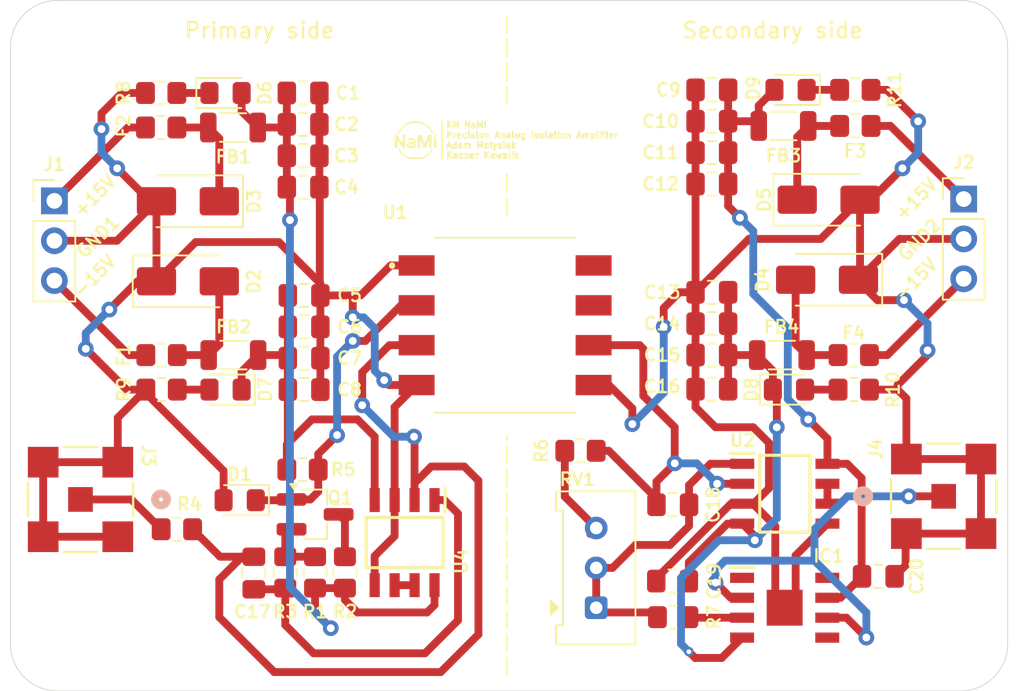
<source format=kicad_pcb>
(kicad_pcb (version 20240108) (generator "pcbnew") (generator_version "8.0")
  (layers (0 "F.Cu" signal) (31 "B.Cu" signal) (34 "B.Paste" user) (35 "F.Paste" user) (36 "B.SilkS" user "B.Silkscreen") (37 "F.SilkS" user "F.Silkscreen") (38 "B.Mask" user) (39 "F.Mask" user) (44 "Edge.Cuts" user))
  (net 0 "")
  (net 1 "GND1")
  (net 2 "GND2")
  (net 3 "Net-(C17-Pad2)")
  (net 4 "Net-(U1B-K)")
  (net 5 "Net-(U1C-K)")
  (net 6 "VCC1 +15V")
  (net 7 "VEE1 -15V")
  (net 8 "VCC2 +15V")
  (net 9 "VEE2 -15V")
  (net 10 "Net-(Q1-B)")
  (net 11 "Net-(Q1-E)")
  (net 12 "Net-(D1-K)")
  (net 13 "Net-(R6-Pad2)")
  (net 14 "Vsep_out")
  (net 15 "Net-(J3-In)")
  (net 16 "Vout")
  (net 17 "Net-(IC1-+IN)")
  (net 21 "Net-(U2B--)")
  (net 22 "Net-(U4B--)")
  (net 23 "VCC1 IN +15V")
  (net 24 "VEE1 IN -15V")
  (net 25 "VCC2 IN +15V")
  (net 26 "VEE2 IN -15V")
  (net 27 "Net-(D6-K)")
  (net 28 "Net-(D7-A)")
  (net 29 "Net-(D8-A)")
  (net 30 "Net-(D9-K)")
  (net 31 "Net-(J1-Pin_3)")
  (net 32 "Net-(J1-Pin_1)")
  (net 33 "Net-(J2-Pin_1)")
  (net 34 "Net-(J2-Pin_3)")
  (footprint "Resistor_SMD:R_0805_2012Metric_Pad1.20x1.40mm_HandSolder" (layer "F.Cu") (at 128.2 112.75 -90)
    (property "Reference" "R3")
    (property "Value" "6.8k" (hide yes))
  )
  (footprint "Diode_SMD:D_SMA" (layer "F.Cu") (at 162.7 94.1 180)
    (property "Reference" "D4")
    (property "Value" "SMAJ15A" (hide yes))
  )
  (footprint "Resistor_SMD:R_0805_2012Metric_Pad1.20x1.40mm_HandSolder" (layer "F.Cu") (at 164.5 84.3)
    (property "Reference" "F3")
    (property "Value" "Fuse" (hide yes))
  )
  (footprint "Diode_SMD:D_SMA" (layer "F.Cu") (at 122 89.1 180)
    (property "Reference" "D3")
    (property "Value" "SMAJ15A" (hide yes))
  )
  (footprint "Capacitor_SMD:C_0805_2012Metric_Pad1.18x1.45mm_HandSolder" (layer "F.Cu") (at 129.3375 88.2 180)
    (property "Reference" "C4")
    (property "Value" "C" (hide yes))
  )
  (footprint "Diode_SMD:D_0805_2012Metric_Pad1.15x1.40mm_HandSolder" (layer "F.Cu") (at 160.375 82 180)
    (property "Reference" "D9")
    (property "Value" "LED" (hide yes))
  )
  (footprint "Capacitor_SMD:C_0805_2012Metric_Pad1.18x1.45mm_HandSolder" (layer "F.Cu") (at 155.3625 84)
    (property "Reference" "C10")
    (property "Value" "0.1u" (hide yes))
  )
  (footprint "HCNR201-300E:HCNR201300E" (layer "F.Cu") (at 142.2 97 -90)
    (property "Reference" "U1")
    (property "Value" "HCNR201" (hide yes))
  )
  (footprint "Resistor_SMD:R_0805_2012Metric_Pad1.20x1.40mm_HandSolder" (layer "F.Cu") (at 120.325 101.1 180)
    (property "Reference" "R9")
    (property "Value" "33k" (hide yes))
  )
  (footprint "CONN SMA JACK STR 50 OHM SMD:CONN_732511350_MOL" (layer "F.Cu") (at 170.1251 107.9)
    (property "Reference" "J4")
    (property "Value" "Conn_Coaxial")
  )
  (footprint "Capacitor_SMD:C_0805_2012Metric_Pad1.18x1.45mm_HandSolder" (layer "F.Cu") (at 155.3625 96.9)
    (property "Reference" "C14")
    (property "Value" "0.1u" (hide yes))
  )
  (footprint "Capacitor_SMD:C_0805_2012Metric_Pad1.18x1.45mm_HandSolder" (layer "F.Cu") (at 155.3625 82)
    (property "Reference" "C9")
    (property "Value" "47u" (hide yes))
  )
  (footprint "ADA4522:SOIC127P600X175-8N" (layer "F.Cu") (at 160.012 107.735)
    (property "Reference" "U2")
    (property "Value" "ADA4522" (hide yes))
  )
  (footprint "Connector_PinHeader_2.54mm:PinHeader_1x03_P2.54mm_Vertical" (layer "F.Cu") (at 171.4 88.96)
    (property "Reference" "J2")
    (property "Value" "Conn_01x03" (hide yes))
  )
  (footprint "Capacitor_SMD:C_0805_2012Metric_Pad1.18x1.45mm_HandSolder" (layer "F.Cu") (at 155.3625 88)
    (property "Reference" "C12")
    (property "Value" "C" (hide yes))
  )
  (footprint "Inductor_SMD:L_1206_3216Metric" (layer "F.Cu") (at 159.825 98.9 180)
    (property "Reference" "FB4")
    (property "Value" "FerriteBead_Small" (hide yes))
  )
  (footprint "CONN SMA JACK STR 50 OHM SMD:CONN_732511350_MOL" (layer "F.Cu") (at 115.1625 108.1 180)
    (property "Reference" "J3")
    (property "Value" "Conn_Coaxial")
  )
  (footprint "Connector_PinHeader_2.54mm:PinHeader_1x03_P2.54mm_Vertical" (layer "F.Cu") (at 113.5 89.075)
    (property "Reference" "J1")
    (property "Value" "Conn_01x03" (hide yes))
  )
  (footprint "ADA4522:SOIC127P600X175-8N" (layer "F.Cu") (at 135.8 110.85 -90)
    (property "Reference" "U4")
    (property "Value" "ADA4522" (hide yes))
  )
  (footprint "Capacitor_SMD:C_0805_2012Metric_Pad1.18x1.45mm_HandSolder" (layer "F.Cu") (at 155.3625 98.9)
    (property "Reference" "C15")
    (property "Value" "C" (hide yes))
  )
  (footprint "ADA4899:SOIC127P600X175-9N" (layer "F.Cu") (at 160 115)
    (property "Reference" "IC1")
    (property "Value" "ADA4899-1YRDZ" (hide yes))
  )
  (footprint "Resistor_SMD:R_0805_2012Metric_Pad1.20x1.40mm_HandSolder" (layer "F.Cu") (at 147 105 180)
    (property "Reference" "R6")
    (property "Value" "174k" (hide yes))
  )
  (footprint "Capacitor_SMD:C_0805_2012Metric_Pad1.18x1.45mm_HandSolder" (layer "F.Cu") (at 155.3625 94.9)
    (property "Reference" "C13")
    (property "Value" "47u" (hide yes))
  )
  (footprint "Resistor_SMD:R_0805_2012Metric_Pad1.20x1.40mm_HandSolder" (layer "F.Cu") (at 164.5 82)
    (property "Reference" "R11")
    (property "Value" "33k" (hide yes))
  )
  (footprint "Capacitor_SMD:C_0805_2012Metric_Pad1.18x1.45mm_HandSolder" (layer "F.Cu") (at 129.3375 82.2 180)
    (property "Reference" "C1")
    (property "Value" "47u" (hide yes))
  )
  (footprint "Potentiometer_THT:Potentiometer_Bourns_3386W_Horizontal" (layer "F.Cu") (at 148 115 90)
    (property "Reference" "RV1")
    (property "Value" "50k" (hide yes))
  )
  (footprint "Diode_SMD:D_SMA" (layer "F.Cu") (at 162.8 89)
    (property "Reference" "D5")
    (property "Value" "SMAJ15A" (hide yes))
  )
  (footprint "Diode_SMD:D_0805_2012Metric_Pad1.15x1.40mm_HandSolder" (layer "F.Cu") (at 124.4 101.1 180)
    (property "Reference" "D7")
    (property "Value" "LED" (hide yes))
  )
  (footprint "Resistor_SMD:R_0805_2012Metric_Pad1.20x1.40mm_HandSolder" (layer "F.Cu") (at 164.4 101.1)
    (property "Reference" "R10")
    (property "Value" "33k" (hide yes))
  )
  (footprint "Resistor_SMD:R_0805_2012Metric_Pad1.20x1.40mm_HandSolder" (layer "F.Cu") (at 129.3 106.2)
    (property "Reference" "R5")
    (property "Value" "33k" (hide yes))
  )
  (footprint "Resistor_SMD:R_0805_2012Metric_Pad1.20x1.40mm_HandSolder" (layer "F.Cu") (at 164.4 98.9)
    (property "Reference" "F4")
    (property "Value" "Fuse" (hide yes))
  )
  (footprint "Resistor_SMD:R_0805_2012Metric_Pad1.20x1.40mm_HandSolder" (layer "F.Cu") (at 121.3 110)
    (property "Reference" "R4")
    (property "Value" "200k" (hide yes))
  )
  (footprint "Capacitor_SMD:C_0805_2012Metric_Pad1.18x1.45mm_HandSolder" (layer "F.Cu") (at 126.2 112.7875 -90)
    (property "Reference" "C17")
    (property "Value" "47p" (hide yes))
  )
  (footprint "Capacitor_SMD:C_0805_2012Metric_Pad1.18x1.45mm_HandSolder" (layer "F.Cu") (at 165.9625 113 180)
    (property "Reference" "C20")
    (property "Value" "0.1uF" (hide yes))
  )
  (footprint "Diode_SMD:D_0805_2012Metric_Pad1.15x1.40mm_HandSolder" (layer "F.Cu") (at 125.3 108.15 180)
    (property "Reference" "D1")
    (property "Value" "---" (hide yes))
  )
  (footprint "Capacitor_SMD:C_0805_2012Metric_Pad1.18x1.45mm_HandSolder" (layer "F.Cu") (at 129.3375 84.2 180)
    (property "Reference" "C2")
    (property "Value" "0.1u" (hide yes))
  )
  (footprint "Diode_SMD:D_SMA" (layer "F.Cu") (at 122 94.2)
    (property "Reference" "D2")
    (property "Value" "SMAJ15A" (hide yes))
  )
  (footprint "Inductor_SMD:L_1206_3216Metric" (layer "F.Cu") (at 159.925 84.3 180)
    (property "Reference" "FB3")
    (property "Value" "FerriteBead_Small" (hide yes))
  )
  (footprint "Package_TO_SOT_SMD:SOT-23_Handsoldering" (layer "F.Cu") (at 130.1 109.05)
    (property "Reference" "Q1")
    (property "Value" "---" (hide yes))
  )
  (footprint "Diode_SMD:D_0805_2012Metric_Pad1.15x1.40mm_HandSolder" (layer "F.Cu") (at 160.275 101.1)
    (property "Reference" "D8")
    (property "Value" "LED" (hide yes))
  )
  (footprint "Resistor_SMD:R_0805_2012Metric_Pad1.20x1.40mm_HandSolder" (layer "F.Cu") (at 152.9 115.6)
    (property "Reference" "R7")
    (property "Value" "50R" (hide yes))
  )
  (footprint "Capacitor_SMD:C_0805_2012Metric_Pad1.18x1.45mm_HandSolder" (layer "F.Cu") (at 129.4 99.1 180)
    (property "Reference" "C7")
    (property "Value" "C" (hide yes))
  )
  (footprint "Resistor_SMD:R_0805_2012Metric_Pad1.20x1.40mm_HandSolder" (layer "F.Cu") (at 120.3 84.4 180)
    (property "Reference" "F2")
    (property "Value" "Fuse" (hide yes))
  )
  (footprint "Capacitor_SMD:C_0805_2012Metric_Pad1.18x1.45mm_HandSolder" (layer "F.Cu") (at 129.4 97.1 180)
    (property "Reference" "C6")
    (property "Value" "0.1u" (hide yes))
  )
  (footprint "Capacitor_SMD:C_0805_2012Metric_Pad1.18x1.45mm_HandSolder" (layer "F.Cu") (at 129.4 101.1 180)
    (property "Reference" "C8")
    (property "Value" "C" (hide yes))
  )
  (footprint "Capacitor_SMD:C_0805_2012Metric_Pad1.18x1.45mm_HandSolder" (layer "F.Cu") (at 155.3625 86)
    (property "Reference" "C11")
    (property "Value" "C" (hide yes))
  )
  (footprint "Resistor_SMD:R_0805_2012Metric_Pad1.20x1.40mm_HandSolder" (layer "F.Cu") (at 120.325 98.9 180)
    (property "Reference" "F1")
    (property "Value" "Fuse" (hide yes))
  )
  (footprint "NaMi_logo:NaMi_logo" (layer "F.Cu") (at 136.5 85.2)
    (property "Reference" "G***" (hide yes))
    (property "Value" "LOGO" (hide yes))
  )
  (footprint "Inductor_SMD:L_1206_3216Metric" (layer "F.Cu") (at 124.9 98.9)
    (property "Reference" "FB2")
    (property "Value" "FerriteBead_Small" (hide yes))
  )
  (footprint "Inductor_SMD:L_1206_3216Metric" (layer "F.Cu") (at 124.875 84.4)
    (property "Reference" "FB1")
    (property "Value" "FerriteBead_Small" (hide yes))
  )
  (footprint "Resistor_SMD:R_0805_2012Metric_Pad1.20x1.40mm_HandSolder" (layer "F.Cu") (at 132 112.75 90)
    (property "Reference" "R2")
    (property "Value" "270" (hide yes))
  )
  (footprint "Capacitor_SMD:C_0805_2012Metric_Pad1.18x1.45mm_HandSolder" (layer "F.Cu") (at 129.3375 86.2 180)
    (property "Reference" "C3")
    (property "Value" "C" (hide yes))
  )
  (footprint "Capacitor_SMD:C_0805_2012Metric_Pad1.18x1.45mm_HandSolder" (layer "F.Cu") (at 152.8745 108.435 180)
    (property "Reference" "C18")
    (property "Value" "33p" (hide yes))
  )
  (footprint "Diode_SMD:D_0805_2012Metric_Pad1.15x1.40mm_HandSolder" (layer "F.Cu") (at 124.4 82.2)
    (property "Reference" "D6")
    (property "Value" "LED" (hide yes))
  )
  (footprint "Capacitor_SMD:C_0805_2012Metric_Pad1.18x1.45mm_HandSolder" (layer "F.Cu") (at 155.3625 101.075)
    (property "Reference" "C16")
    (property "Value" "C" (hide yes))
  )
  (footprint "Capacitor_SMD:C_0805_2012Metric_Pad1.18x1.45mm_HandSolder" (layer "F.Cu") (at 152.8625 113.3)
    (property "Reference" "C19")
    (property "Value" "0.1uF" (hide yes))
  )
  (footprint "Resistor_SMD:R_0805_2012Metric_Pad1.20x1.40mm_HandSolder" (layer "F.Cu") (at 120.3 82.2 180)
    (property "Reference" "R8")
    (property "Value" "33k" (hide yes))
  )
  (footprint "Resistor_SMD:R_0805_2012Metric_Pad1.20x1.40mm_HandSolder" (layer "F.Cu") (at 130.1 112.75 90)
    (property "Reference" "R1")
    (property "Value" "2.2k" (hide yes))
  )
  (footprint "Capacitor_SMD:C_0805_2012Metric_Pad1.18x1.45mm_HandSolder" (layer "F.Cu") (at 129.4 95.1 180)
    (property "Reference" "C5")
    (property "Value" "47u" (hide yes))
  )
  (gr_line (start 138.2 84) (end 138.2 86.4) (stroke (width 0.1)) (layer "F.SilkS"))
  (gr_line (start 142.3 119.3) (end 142.3 104) (stroke (width 0.1) (type dash)) (layer "F.SilkS"))
  (gr_line (start 142.3 90) (end 142.3 87.1) (stroke (width 0.1) (type dash)) (layer "F.SilkS"))
  (gr_line (start 142.3 82.9) (end 142.3 77.3) (stroke (width 0.1) (type dash)) (layer "F.SilkS"))
  (gr_line (start 171.2 76.3) (end 113.7 76.3) (stroke (width 0.05)) (layer "Edge.Cuts"))
  (gr_line (start 110.7 79.3) (end 110.7 117.3) (stroke (width 0.05)) (layer "Edge.Cuts"))
  (gr_arc (start 174.2 117.3) (mid 173.32132 119.42132) (end 171.2 120.3) (stroke (width 0.05)) (layer "Edge.Cuts"))
  (gr_arc (start 171.2 76.3) (mid 173.32132 77.17868) (end 174.2 79.3) (stroke (width 0.05)) (layer "Edge.Cuts"))
  (gr_arc (start 113.7 120.3) (mid 111.57868 119.42132) (end 110.7 117.3) (stroke (width 0.05)) (layer "Edge.Cuts"))
  (gr_line (start 174.2 117.3) (end 174.2 79.3) (stroke (width 0.05)) (layer "Edge.Cuts"))
  (gr_line (start 113.7 120.3) (end 171.2 120.3) (stroke (width 0.05)) (layer "Edge.Cuts"))
  (gr_arc (start 110.7 79.3) (mid 111.57868 77.17868) (end 113.7 76.3) (stroke (width 0.05)) (layer "Edge.Cuts"))
  (gr_text "-15V" (at 168.7 94.4 45) (layer "F.SilkS") (effects (font (size 0.8 0.8)) (justify bottom)))
  (gr_text "+15V" (at 168.7 89.3 45) (layer "F.SilkS") (effects (font (size 0.8 0.8)) (justify bottom)))
  (gr_text "-15V" (at 116.4 94.2 45) (layer "F.SilkS") (effects (font (size 0.8 0.8)) (justify bottom)))
  (gr_text "+15V" (at 116.4 89.1 45) (layer "F.SilkS") (effects (font (size 0.8 0.8) (thickness 0.15) (bold yes)) (justify bottom)))
  (gr_text "GND1" (at 116.6 91.7 45) (layer "F.SilkS") (effects (font (size 0.8 0.8)) (justify bottom)))
  (gr_text "Secondary side" (at 153.4 78.8 0) (layer "F.SilkS") (effects (font (size 1 1)) (justify left bottom)))
  (gr_text "KN NaMi\nPrecision Analog Isolation Amplifier\nAdam Matysiak\nKacper Kowalik" (at 138.4 86.4 0) (layer "F.SilkS") (effects (font (size 0.4 0.4) (thickness 0.15) (bold yes)) (justify left bottom)))
  (gr_text "GND2" (at 168.9 91.9 45) (layer "F.SilkS") (effects (font (size 0.8 0.8)) (justify bottom)))
  (gr_text "Primary side" (at 121.7 78.8 0) (layer "F.SilkS") (effects (font (size 1 1)) (justify left bottom)))
  (segment (start 112.7876 105.7251) (end 112.7876 110.4749) (width 0.5) (layer "F.Cu") (net 1))
  (segment (start 117.5374 102.8876) (end 119.325 101.1) (width 0.5) (layer "F.Cu") (net 1))
  (segment (start 133.895 111.705) (end 135.165 110.435) (width 0.5) (layer "F.Cu") (net 1))
  (segment (start 119.325 101.1) (end 119.325 101.325) (width 0.5) (layer "F.Cu") (net 1))
  (segment (start 130.375 84.2) (end 130.375 86.2) (width 0.5) (layer "F.Cu") (net 1))
  (segment (start 120 94.2) (end 118.8 94.2) (width 0.5) (layer "F.Cu") (net 1))
  (segment (start 132.5 95.1) (end 133 95.1) (width 0.5) (layer "F.Cu") (net 1))
  (segment (start 135.165 110.435) (end 135.165 108.138) (width 0.5) (layer "F.Cu") (net 1))
  (segment (start 120 89.1) (end 120 94.2) (width 0.5) (layer "F.Cu") (net 1))
  (segment (start 122.5 91.7) (end 127.8 91.7) (width 0.5) (layer "F.Cu") (net 1))
  (segment (start 117.485 91.615) (end 120 89.1) (width 0.5) (layer "F.Cu") (net 1))
  (segment (start 130.4375 97.1) (end 130.4375 99.1) (width 0.5) (layer "F.Cu") (net 1))
  (segment (start 113.5 91.615) (end 117.485 91.615) (width 0.5) (layer "F.Cu") (net 1))
  (segment (start 136.565 93.19) (end 134.91 93.19) (width 0.5) (layer "F.Cu") (net 1))
  (segment (start 130.375 82.2) (end 130.375 84.2) (width 0.5) (layer "F.Cu") (net 1))
  (segment (start 117.5374 105.7251) (end 117.5374 102.8876) (width 0.5) (layer "F.Cu") (net 1))
  (segment (start 134.81 100.81) (end 134.5 100.5) (width 0.5) (layer "F.Cu") (net 1))
  (segment (start 130.4 88.225) (end 130.375 88.2) (width 0.5) (layer "F.Cu") (net 1))
  (segment (start 117.8 82.2) (end 119.3 82.2) (width 0.5) (layer "F.Cu") (net 1))
  (segment (start 115.5 98.5) (end 118.1 101.1) (width 0.5) (layer "F.Cu") (net 1))
  (segment (start 116.5 83.5) (end 117.8 82.2) (width 0.5) (layer "F.Cu") (net 1))
  (segment (start 132.5 96.5) (end 132.5 95.1) (width 0.5) (layer "F.Cu") (net 1))
  (segment (start 119.6 89.1) (end 117.5 87) (width 0.5) (layer "F.Cu") (net 1))
  (segment (start 130.4 95.0625) (end 130.4 88.225) (width 0.5) (layer "F.Cu") (net 1))
  (segment (start 112.7876 110.4749) (end 117.5374 110.4749) (width 0.5) (layer "F.Cu") (net 1))
  (segment (start 117.5374 105.7251) (end 112.7876 105.7251) (width 0.5) (layer "F.Cu") (net 1))
  (segment (start 130.4375 95.1) (end 130.4375 97.1) (width 0.5) (layer "F.Cu") (net 1))
  (segment (start 119.325 101.325) (end 124.275 106.275) (width 0.5) (layer "F.Cu") (net 1))
  (segment (start 116.5 84.5) (end 116.5 83.5) (width 0.5) (layer "F.Cu") (net 1))
  (segment (start 130.4375 101.1) (end 130.4375 99.1) (width 0.5) (layer "F.Cu") (net 1))
  (segment (start 130.4375 94.3375) (end 130.4375 95.1) (width 0.5) (layer "F.Cu") (net 1))
  (segment (start 124.275 106.275) (end 124.275 108.15) (width 0.5) (layer "F.Cu") (net 1))
  (segment (start 130.4375 95.1) (end 130.4 95.0625) (width 0.5) (layer "F.Cu") (net 1))
  (segment (start 130.4375 95.1) (end 132.5 95.1) (width 0.5) (layer "F.Cu") (net 1))
  (segment (start 133.895 113.562) (end 133.895 111.705) (width 0.5) (layer "F.Cu") (net 1))
  (segment (start 136.565 100.81) (end 134.81 100.81) (width 0.5) (layer "F.Cu") (net 1))
  (segment (start 134.91 93.19) (end 133 95.1) (width 0.5) (layer "F.Cu") (net 1))
  (segment (start 135.165 102.21) (end 135.165 108.138) (width 0.5) (layer "F.Cu") (net 1))
  (segment (start 120 89.1) (end 119.6 89.1) (width 0.5) (layer "F.Cu") (net 1))
  (segment (start 127.8 91.7) (end 130.4375 94.3375) (width 0.5) (layer "F.Cu") (net 1))
  (segment (start 120 94.2) (end 122.5 91.7) (width 0.5) (layer "F.Cu") (net 1))
  (segment (start 130.375 86.2) (end 130.375 88.2) (width 0.5) (layer "F.Cu") (net 1))
  (segment (start 118.8 94.2) (end 117 96) (width 0.5) (layer "F.Cu") (net 1))
  (segment (start 118.1 101.1) (end 119.325 101.1) (width 0.5) (layer "F.Cu") (net 1))
  (segment (start 136.565 100.81) (end 135.165 102.21) (width 0.5) (layer "F.Cu") (net 1))
  (via (at 132.5 96.5) (size 1) (drill 0.5) (layers "F.Cu" "B.Cu") (net 1))
  (via (at 115.5 98.5) (size 1) (drill 0.5) (layers "F.Cu" "B.Cu") (net 1))
  (via (at 116.5 84.5) (size 1) (drill 0.5) (layers "F.Cu" "B.Cu") (net 1))
  (via (at 134.5 100.5) (size 1) (drill 0.5) (layers "F.Cu" "B.Cu") (net 1))
  (via (at 117.5 87) (size 1) (drill 0.5) (layers "F.Cu" "B.Cu") (net 1))
  (via (at 117 96) (size 1) (drill 0.5) (layers "F.Cu" "B.Cu") (net 1))
  (segment (start 116.5 86) (end 116.5 84.5) (width 0.5) (layer "B.Cu") (net 1))
  (segment (start 133.9 99.9) (end 133.9 97.2) (width 0.5) (layer "B.Cu") (net 1))
  (segment (start 134.5 100.5) (end 133.9 99.9) (width 0.5) (layer "B.Cu") (net 1))
  (segment (start 117 96) (end 115.5 97.5) (width 0.5) (layer "B.Cu") (net 1))
  (segment (start 117.5 87) (end 116.5 86) (width 0.5) (layer "B.Cu") (net 1))
  (segment (start 115.5 97.5) (end 115.5 98.5) (width 0.5) (layer "B.Cu") (net 1))
  (segment (start 133.2 96.5) (end 132.5 96.5) (width 0.5) (layer "B.Cu") (net 1))
  (segment (start 133.9 97.2) (end 133.2 96.5) (width 0.5) (layer "B.Cu") (net 1))
  (segment (start 154.325 94.9) (end 154.325 96.9) (width 0.5) (layer "F.Cu") (net 2))
  (segment (start 159.4 109.8) (end 159.4 114.4) (width 0.5) (layer "F.Cu") (net 2))
  (segment (start 164.8 93.9) (end 164.8 89) (width 0.5) (layer "F.Cu") (net 2))
  (segment (start 167.7502 105.5251) (end 172.5 105.5251) (width 0.5) (layer "F.Cu") (net 2))
  (segment (start 150.3 103.3) (end 150.3 102.3) (width 0.5) (layer "F.Cu") (net 2))
  (segment (start 164.7 94) (end 164.8 93.9) (width 0.5) (layer "F.Cu") (net 2))
  (segment (start 159 104.5) (end 158 103.5) (width 0.5) (layer "F.Cu") (net 2))
  (segment (start 151.825 113.1275) (end 156.5825 108.37) (width 0.5) (layer "F.Cu") (net 2))
  (segment (start 169.1 98.6) (end 169.1 98.9) (width 0.5) (layer "F.Cu") (net 2))
  (segment (start 167.7 110.3251) (end 167.7502 110.2749) (width 0.5) (layer "F.Cu") (net 2))
  (segment (start 158.0175 108.37) (end 159 107.3875) (width 0.5) (layer "F.Cu") (net 2))
  (segment (start 152.3 95.9) (end 153.3 94.9) (width 0.5) (layer "F.Cu") (net 2))
  (segment (start 160.7 114.3) (end 160 115) (width 0.5) (layer "F.Cu") (net 2))
  (segment (start 158 103.5) (end 155.6 103.5) (width 0.5) (layer "F.Cu") (net 2))
  (segment (start 165.4 101.1) (end 167.1875 101.1) (width 0.5) (layer "F.Cu") (net 2))
  (segment (start 159 107.3875) (end 159 104.5) (width 0.5) (layer "F.Cu") (net 2))
  (segment (start 154.325 84) (end 154.325 86) (width 0.5) (layer "F.Cu") (net 2))
  (segment (start 155.6 103.5) (end 154.325 102.225) (width 0.5) (layer "F.Cu") (net 2))
  (segment (start 167.7502 105.5251) (end 167.7502 101.6627) (width 0.5) (layer "F.Cu") (net 2))
  (segment (start 162.3 91.5) (end 157.725 91.5) (width 0.5) (layer "F.Cu") (net 2))
  (segment (start 160.7 111.664) (end 160.7 114.3) (width 0.5) (layer "F.Cu") (net 2))
  (segment (start 157.3 108.37) (end 157.97 108.37) (width 0.5) (layer "F.Cu") (net 2))
  (segment (start 154.325 94.9) (end 154.325 88) (width 0.5) (layer "F.Cu") (net 2))
  (segment (start 157.725 91.5) (end 154.325 94.9) (width 0.5) (layer "F.Cu") (net 2))
  (segment (start 151.825 113.3) (end 151.825 113.1275) (width 0.5) (layer "F.Cu") (net 2))
  (segment (start 168.5 84) (end 166.5 82) (width 0.5) (layer "F.Cu") (net 2))
  (segment (start 167.7502 101.6627) (end 167.1875 101.1) (width 0.5) (layer "F.Cu") (net 2))
  (segment (start 167.7 112.3) (end 167.7 110.3251) (width 0.5) (layer "F.Cu") (net 2))
  (segment (start 154.325 102.225) (end 154.325 101.075) (width 0.5) (layer "F.Cu") (net 2))
  (segment (start 150.3 102.3) (end 148.81 100.81) (width 0.5) (layer "F.Cu") (net 2))
  (segment (start 148.81 100.81) (end 147.835 100.81) (width 0.5) (layer "F.Cu") (net 2))
  (segment (start 165.9 95.4) (end 164.7 94.2) (width 0.5) (layer "F.Cu") (net 2))
  (segment (start 167.1875 100.8125) (end 167.1875 101.1) (width 0.5) (layer "F.Cu") (net 2))
  (segment (start 164.7 94.2) (end 164.7 94.1) (width 0.5) (layer "F.Cu") (net 2))
  (segment (start 172.5 110.2749) (end 167.7502 110.2749) (width 0.5) (layer "F.Cu") (net 2))
  (segment (start 165.5 89) (end 167.5 87) (width 0.5) (layer "F.Cu") (net 2))
  (segment (start 162.724 109.64) (end 160.7 111.664) (width 0.5) (layer "F.Cu") (net 2))
  (segment (start 164.8 89) (end 162.3 91.5) (width 0.5) (layer "F.Cu") (net 2))
  (segment (start 156.5825 108.37) (end 157.3 108.37) (width 0.5) (layer "F.Cu") (net 2))
  (segment (start 154.325 96.9) (end 154.325 98.9) (width 0.5) (layer "F.Cu") (net 2))
  (segment (start 171.4 91.5) (end 167.3 91.5) (width 0.5) (layer "F.Cu") (net 2))
  (segment (start 167 113) (end 167.7 112.3) (width 0.5) (layer "F.Cu") (net 2))
  (segment (start 159.4 114.4) (end 160 115) (width 0.5) (layer "F.Cu") (net 2))
  (segment (start 169.1 98.9) (end 167.1875 100.8125) (width 0.5) (layer "F.Cu") (net 2))
  (segment (start 164.7 94.1) (end 164.7 94) (width 0.5) (layer "F.Cu") (net 2))
  (segment (start 166.5 82) (end 165.5 82) (width 0.5) (layer "F.Cu") (net 2))
  (segment (start 164.8 89) (end 165.5 89) (width 0.5) (layer "F.Cu") (net 2))
  (segment (start 167.6 95.4) (end 165.9 95.4) (width 0.5) (layer "F.Cu") (net 2))
  (segment (start 152.3 97.1) (end 152.3 95.9) (width 0.5) (layer "F.Cu") (net 2))
  (segment (start 157.97 108.37) (end 159.4 109.8) (width 0.5) (layer "F.Cu") (net 2))
  (segment (start 157.3 108.37) (end 158.0175 108.37) (width 0.5) (layer "F.Cu") (net 2))
  (segment (start 154.325 82) (end 154.325 84) (width 0.5) (layer "F.Cu") (net 2))
  (segment (start 172.5 105.5251) (end 172.5 110.2749) (width 0.5) (layer "F.Cu") (net 2))
  (segment (start 153.3 94.9) (end 154.325 94.9) (width 0.5) (layer "F.Cu") (net 2))
  (segment (start 154.325 98.9) (end 154.325 101.075) (width 0.5) (layer "F.Cu") (net 2))
  (segment (start 154.325 86) (end 154.325 88) (width 0.5) (layer "F.Cu") (net 2))
  (segment (start 167.3 91.5) (end 164.7 94.1) (width 0.5) (layer "F.Cu") (net 2))
  (via (at 168.5 84) (size 1) (drill 0.5) (layers "F.Cu" "B.Cu") (net 2))
  (via (at 167.6 95.4) (size 1) (drill 0.5) (layers "F.Cu" "B.Cu") (net 2))
  (via (at 150.3 103.3) (size 1) (drill 0.5) (layers "F.Cu" "B.Cu") (net 2))
  (via (at 169.1 98.6) (size 1) (drill 0.5) (layers "F.Cu" "B.Cu") (net 2))
  (via (at 167.5 87) (size 1) (drill 0.5) (layers "F.Cu" "B.Cu") (net 2))
  (via (at 152.3 97.1) (size 1) (drill 0.5) (layers "F.Cu" "B.Cu") (net 2))
  (segment (start 150.3 103.3) (end 152.3 101.3) (width 0.5) (layer "B.Cu") (net 2))
  (segment (start 152.3 101.3) (end 152.3 97.1) (width 0.5) (layer "B.Cu") (net 2))
  (segment (start 169.1 98.6) (end 169.1 96.9) (width 0.5) (layer "B.Cu") (net 2))
  (segment (start 168.5 86) (end 167.5 87) (width 0.5) (layer "B.Cu") (net 2))
  (segment (start 169.1 96.9) (end 167.6 95.4) (width 0.5) (layer "B.Cu") (net 2))
  (segment (start 168.5 84) (end 168.5 86) (width 0.5) (layer "B.Cu") (net 2))
  (segment (start 128.125 113.825) (end 128.2 113.75) (width 0.5) (layer "F.Cu") (net 3))
  (segment (start 126.2 113.825) (end 128.125 113.825) (width 0.5) (layer "F.Cu") (net 3))
  (segment (start 137.1 117.9) (end 139.2 115.8) (width 0.5) (layer "F.Cu") (net 3))
  (segment (start 128.2 116.1) (end 130 117.9) (width 0.5) (layer "F.Cu") (net 3))
  (segment (start 128.2 113.75) (end 128.2 116.1) (width 0.5) (layer "F.Cu") (net 3))
  (segment (start 130 117.9) (end 137.1 117.9) (width 0.5) (layer "F.Cu") (net 3))
  (segment (start 139.2 109) (end 138.338 108.138) (width 0.5) (layer "F.Cu") (net 3))
  (segment (start 139.2 115.8) (end 139.2 109) (width 0.5) (layer "F.Cu") (net 3))
  (segment (start 138.338 108.138) (end 137.705 108.138) (width 0.5) (layer "F.Cu") (net 3))
  (segment (start 125.45 111.75) (end 124 113.2) (width 0.5) (layer "F.Cu") (net 4))
  (segment (start 133.100417 99.999583) (end 134.83 98.27) (width 0.5) (layer "F.Cu") (net 4))
  (segment (start 136.435 107.065) (end 136.435 108.138) (width 0.5) (layer "F.Cu") (net 4))
  (segment (start 138.1 119.1) (end 140.5 116.7) (width 0.5) (layer "F.Cu") (net 4))
  (segment (start 124 115.6) (end 127.5 119.1) (width 0.5) (layer "F.Cu") (net 4))
  (segment (start 122.3 110) (end 122.3 110.1) (width 0.5) (layer "F.Cu") (net 4))
  (segment (start 126.2 111.75) (end 125.45 111.75) (width 0.5) (layer "F.Cu") (net 4))
  (segment (start 139.6 106) (end 137.5 106) (width 0.5) (layer "F.Cu") (net 4))
  (segment (start 140.5 106.9) (end 139.6 106) (width 0.5) (layer "F.Cu") (net 4))
  (segment (start 136.435 104.135) (end 136.435 108.138) (width 0.5) (layer "F.Cu") (net 4))
  (segment (start 126.2 111.75) (end 124.05 111.75) (width 0.5) (layer "F.Cu") (net 4))
  (segment (start 127.5 119.1) (end 138.1 119.1) (width 0.5) (layer "F.Cu") (net 4))
  (segment (start 140.5 116.7) (end 140.5 106.9) (width 0.5) (layer "F.Cu") (net 4))
  (segment (start 124.05 111.75) (end 122.3 110) (width 0.5) (layer "F.Cu") (net 4))
  (segment (start 124 113.2) (end 124 115.6) (width 0.5) (layer "F.Cu") (net 4))
  (segment (start 133.100417 102.09875) (end 133.100417 99.999583) (width 0.5) (layer "F.Cu") (net 4))
  (segment (start 136.4 104.1) (end 136.435 104.135) (width 0.5) (layer "F.Cu") (net 4))
  (segment (start 134.83 98.27) (end 136.565 98.27) (width 0.5) (layer "F.Cu") (net 4))
  (segment (start 137.5 106) (end 136.435 107.065) (width 0.5) (layer "F.Cu") (net 4))
  (via (at 136.4 104.1) (size 1) (drill 0.5) (layers "F.Cu" "B.Cu") (net 4))
  (via (at 133.100417 102.09875) (size 1) (drill 0.5) (layers "F.Cu" "B.Cu") (net 4))
  (segment (start 135.1 104.1) (end 133.100417 102.100417) (width 0.5) (layer "B.Cu") (net 4))
  (segment (start 136.4 104.1) (end 135.1 104.1) (width 0.5) (layer "B.Cu") (net 4))
  (segment (start 133.100417 102.100417) (end 133.100417 102.09875) (width 0.5) (layer "B.Cu") (net 4))
  (segment (start 153 103.5) (end 151 101.5) (width 0.5) (layer "F.Cu") (net 5))
  (segment (start 153 105.8) (end 153 103.5) (width 0.5) (layer "F.Cu") (net 5))
  (segment (start 151.837 108.037) (end 151.837 108.435) (width 0.5) (layer "F.Cu") (net 5))
  (segment (start 150.77 98.27) (end 147.835 98.27) (width 0.5) (layer "F.Cu") (net 5))
  (segment (start 148.8 105) (end 151.837 108.037) (width 0.5) (layer "F.Cu") (net 5))
  (segment (start 147.835 98.335) (end 147.835 98.27) (width 0.5) (layer "F.Cu") (net 5))
  (segment (start 155.7 107.1) (end 157.3 107.1) (width 0.5) (layer "F.Cu") (net 5))
  (segment (start 151.837 106.963) (end 151.837 108.435) (width 0.5) (layer "F.Cu") (net 5))
  (segment (start 151 101.5) (end 151 98.5) (width 0.5) (layer "F.Cu") (net 5))
  (segment (start 148 105) (end 148.8 105) (width 0.5) (layer "F.Cu") (net 5))
  (segment (start 153 105.8) (end 151.837 106.963) (width 0.5) (layer "F.Cu") (net 5))
  (segment (start 151 98.5) (end 150.77 98.27) (width 0.5) (layer "F.Cu") (net 5))
  (via (at 153 105.8) (size 1) (drill 0.5) (layers "F.Cu" "B.Cu") (net 5))
  (via (at 155.7 107.1) (size 1) (drill 0.5) (layers "F.Cu" "B.Cu") (net 5))
  (segment (start 154.4 105.8) (end 153 105.8) (width 0.5) (layer "B.Cu") (net 5))
  (segment (start 155.7 107.1) (end 154.4 105.8) (width 0.5) (layer "B.Cu") (net 5))
  (segment (start 126.45 84.4) (end 128.1 84.4) (width 0.5) (layer "F.Cu") (net 6))
  (segment (start 128.1 84.4) (end 128.3 84.2) (width 0.5) (layer "F.Cu") (net 6))
  (segment (start 130.1 113.75) (end 132 113.75) (width 0.5) (layer "F.Cu") (net 6))
  (segment (start 132 113.75) (end 132 114.5) (width 0.5) (layer "F.Cu") (net 6))
  (segment (start 128.5 88.4) (end 128.3 88.2) (width 0.5) (layer "F.Cu") (net 6))
  (segment (start 137.2295 115.3) (end 137.705 114.8245) (width 0.5) (layer "F.Cu") (net 6))
  (segment (start 128.3 82.2) (end 128.3 84.2) (width 0.5) (layer "F.Cu") (net 6))
  (segment (start 128.3 86.2) (end 128.3 88.2) (width 0.5) (layer "F.Cu") (net 6))
  (segment (start 132.8 115.3) (end 137.2295 115.3) (width 0.5) (layer "F.Cu") (net 6))
  (segment (start 125.425 83.375) (end 126.45 84.4) (width 0.5) (layer "F.Cu") (net 6))
  (segment (start 128.5 90.3) (end 128.5 88.4) (width 0.5) (layer "F.Cu") (net 6))
  (segment (start 137.705 114.8245) (end 137.705 113.562) (width 0.5) (layer "F.Cu") (net 6))
  (segment (start 130.1 115.3) (end 131.1 116.3) (width 0.5) (layer "F.Cu") (net 6))
  (segment (start 130.1 113.75) (end 130.1 115.3) (width 0.5) (layer "F.Cu") (net 6))
  (segment (start 128.3 84.2) (end 128.3 86.2) (width 0.5) (layer "F.Cu") (net 6))
  (segment (start 132 114.5) (end 132.8 115.3) (width 0.5) (layer "F.Cu") (net 6))
  (segment (start 125.425 82.2) (end 125.425 83.375) (width 0.5) (layer "F.Cu") (net 6))
  (via (at 131.1 116.3) (size 1) (drill 0.5) (layers "F.Cu" "B.Cu") (net 6))
  (via (at 128.5 90.3) (size 1) (drill 0.5) (layers "F.Cu" "B.Cu") (net 6))
  (segment (start 131.1 116.3) (end 128.5 113.7) (width 0.5) (layer "B.Cu") (net 6))
  (segment (start 128.5 113.7) (end 128.5 90.3) (width 0.5) (layer "B.Cu") (net 6))
  (segment (start 128.3625 101.1) (end 128.3625 106.1375) (width 0.5) (layer "F.Cu") (net 7))
  (segment (start 129.9 103) (end 128.3 104.6) (width 0.5) (layer "F.Cu") (net 7))
  (segment (start 126.475 98.9) (end 128.1625 98.9) (width 0.5) (layer "F.Cu") (net 7))
  (segment (start 128.1625 98.9) (end 128.3625 99.1) (width 0.5) (layer "F.Cu") (net 7))
  (segment (start 125.425 101.1) (end 125.425 99.95) (width 0.5) (layer "F.Cu") (net 7))
  (segment (start 128.3625 95.1) (end 128.3625 97.1) (width 0.5) (layer "F.Cu") (net 7))
  (segment (start 128.3625 106.1375) (end 128.3 106.2) (width 0.5) (layer "F.Cu") (net 7))
  (segment (start 133.895 108.138) (end 133.895 104.095) (width 0.5) (layer "F.Cu") (net 7))
  (segment (start 128.3625 97.1) (end 128.3625 99.1) (width 0.5) (layer "F.Cu") (net 7))
  (segment (start 128.3625 99.1) (end 128.3625 101.1) (width 0.5) (layer "F.Cu") (net 7))
  (segment (start 128.3 104.6) (end 128.3 106.2) (width 0.5) (layer "F.Cu") (net 7))
  (segment (start 133.895 104.095) (end 132.8 103) (width 0.5) (layer "F.Cu") (net 7))
  (segment (start 132.8 103) (end 129.9 103) (width 0.5) (layer "F.Cu") (net 7))
  (segment (start 125.425 99.95) (end 126.475 98.9) (width 0.5) (layer "F.Cu") (net 7))
  (segment (start 163.56 114.365) (end 162.712 114.365) (width 0.5) (layer "F.Cu") (net 8))
  (segment (start 158.35 84.3) (end 158.35 83) (width 0.5) (layer "F.Cu") (net 8))
  (segment (start 156.4 84) (end 156.4 82) (width 0.5) (layer "F.Cu") (net 8))
  (segment (start 156.4 84) (end 158.05 84) (width 0.5) (layer "F.Cu") (net 8))
  (segment (start 158.05 84) (end 158.35 84.3) (width 0.5) (layer "F.Cu") (net 8))
  (segment (start 164.9 106.7435) (end 163.9865 105.83) (width 0.5) (layer "F.Cu") (net 8))
  (segment (start 156.4 88) (end 156.4 86) (width 0.5) (layer "F.Cu") (net 8))
  (segment (start 162.724 105.83) (end 162.724 104.224) (width 0.5) (layer "F.Cu") (net 8))
  (segment (start 164.9 112.975) (end 164.9 106.7435) (width 0.5) (layer "F.Cu") (net 8))
  (segment (start 162.724 104.224) (end 161.5 103) (width 0.5) (layer "F.Cu") (net 8))
  (segment (start 164.925 113) (end 164.9 112.975) (width 0.5) (layer "F.Cu") (net 8))
  (segment (start 157.15 90.15) (end 156.4 89.4) (width 0.5) (layer "F.Cu") (net 8))
  (segment (start 156.4 86) (end 156.4 84) (width 0.5) (layer "F.Cu") (net 8))
  (segment (start 163.9865 105.83) (end 162.724 105.83) (width 0.5) (layer "F.Cu") (net 8))
  (segment (start 164.925 113) (end 163.56 114.365) (width 0.5) (layer "F.Cu") (net 8))
  (segment (start 156.4 89.4) (end 156.4 88) (width 0.5) (layer "F.Cu") (net 8))
  (segment (start 158.35 83) (end 159.35 82) (width 0.5) (layer "F.Cu") (net 8))
  (via (at 161.5 103) (size 1) (drill 0.5) (layers "F.Cu" "B.Cu") (net 8))
  (via (at 157.15 90.15) (size 1) (drill 0.5) (layers "F.Cu" "B.Cu") (net 8))
  (segment (start 160.2 97.2) (end 160.2 101.7) (width 0.5) (layer "B.Cu") (net 8))
  (segment (start 158 91) (end 158 95) (width 0.5) (layer "B.Cu") (net 8))
  (segment (start 160.2 101.7) (end 161.5 103) (width 0.5) (layer "B.Cu") (net 8))
  (segment (start 158 95) (end 160.2 97.2) (width 0.5) (layer "B.Cu") (net 8))
  (segment (start 157.15 90.15) (end 158 91) (width 0.5) (layer "B.Cu") (net 8))
  (segment (start 153.9 112.1) (end 156.36 109.64) (width 0.5) (layer "F.Cu") (net 9))
  (segment (start 153.9 113.3) (end 153.9 112.1) (width 0.5) (layer "F.Cu") (net 9))
  (segment (start 154.3 118.2) (end 153.9 117.8) (width 0.5) (layer "F.Cu") (net 9))
  (segment (start 156.4 101.075) (end 156.4 98.9) (width 0.5) (layer "F.Cu") (net 9))
  (segment (start 156.4 96.9) (end 156.4 94.9) (width 0.5) (layer "F.Cu") (net 9))
  (segment (start 159.25 99.9) (end 158.25 98.9) (width 0.5) (layer "F.Cu") (net 9))
  (segment (start 156.4 98.9) (end 156.4 96.9) (width 0.5) (layer "F.Cu") (net 9))
  (segment (start 158.25 98.9) (end 156.4 98.9) (width 0.5) (layer "F.Cu") (net 9))
  (segment (start 158.1 110.44) (end 157.3 109.64) (width 0.5) (layer "F.Cu") (net 9))
  (segment (start 156.36 109.64) (end 157.3 109.64) (width 0.5) (layer "F.Cu") (net 9))
  (segment (start 159.5 103.5) (end 159.5 101.35) (width 0.5) (layer "F.Cu") (net 9))
  (segment (start 157.288 116.905) (end 155.993 118.2) (width 0.5) (layer "F.Cu") (net 9))
  (segment (start 159.5 101.35) (end 159.25 101.1) (width 0.5) (layer "F.Cu") (net 9))
  (segment (start 158.1 110.7) (end 158.1 110.44) (width 0.5) (layer "F.Cu") (net 9))
  (segment (start 159.25 101.1) (end 159.25 99.9) (width 0.5) (layer "F.Cu") (net 9))
  (segment (start 155.993 118.2) (end 154.3 118.2) (width 0.5) (layer "F.Cu") (net 9))
  (via (at 159.5 103.5) (size 1) (drill 0.5) (layers "F.Cu" "B.Cu") (net 9))
  (via (at 153.9 117.8) (size 0.6) (drill 0.3) (layers "F.Cu" "B.Cu") (net 9))
  (via (at 158.1 110.7) (size 1) (drill 0.5) (layers "F.Cu" "B.Cu") (net 9))
  (segment (start 158.1 110.7) (end 155.8 110.7) (width 0.5) (layer "B.Cu") (net 9))
  (segment (start 153.4 117.3) (end 153.9 117.8) (width 0.5) (layer "B.Cu") (net 9))
  (segment (start 153.4 113.1) (end 153.4 117.3) (width 0.5) (layer "B.Cu") (net 9))
  (segment (start 155.8 110.7) (end 153.4 113.1) (width 0.5) (layer "B.Cu") (net 9))
  (segment (start 159.5 109.3) (end 159.5 103.5) (width 0.5) (layer "B.Cu") (net 9))
  (segment (start 158.1 110.7) (end 159.5 109.3) (width 0.5) (layer "B.Cu") (net 9))
  (segment (start 128.6 110) (end 128.2 110.4) (width 0.5) (layer "F.Cu") (net 10))
  (segment (start 128.2 110.4) (end 128.2 111.75) (width 0.5) (layer "F.Cu") (net 10))
  (segment (start 128.2 111.75) (end 130.1 111.75) (width 0.5) (layer "F.Cu") (net 10))
  (segment (start 131.6 109.05) (end 132 109.45) (width 0.5) (layer "F.Cu") (net 11))
  (segment (start 132 109.45) (end 132 111.75) (width 0.5) (layer "F.Cu") (net 11))
  (segment (start 131.5 104) (end 130.3 105.2) (width 0.5) (layer "F.Cu") (net 12))
  (segment (start 135.57 95.73) (end 136.565 95.73) (width 0.5) (layer "F.Cu") (net 12))
  (segment (start 130.3 107.6) (end 130.3 106.2) (width 0.5) (layer "F.Cu") (net 12))
  (segment (start 128.55 108.15) (end 128.6 108.1) (width 0.5) (layer "F.Cu") (net 12))
  (segment (start 132.5 98) (end 133.3 98) (width 0.5) (layer "F.Cu") (net 12))
  (segment (start 128.6 108.1) (end 129.8 108.1) (width 0.5) (layer "F.Cu") (net 12))
  (segment (start 129.8 108.1) (end 130.3 107.6) (width 0.5) (layer "F.Cu") (net 12))
  (segment (start 133.3 98) (end 135.57 95.73) (width 0.5) (layer "F.Cu") (net 12))
  (segment (start 126.325 108.15) (end 128.55 108.15) (width 0.5) (layer "F.Cu") (net 12))
  (segment (start 130.3 105.2) (end 130.3 106.2) (width 0.5) (layer "F.Cu") (net 12))
  (via (at 132.5 98) (size 1) (drill 0.5) (layers "F.Cu" "B.Cu") (net 12))
  (via (at 131.5 104) (size 1) (drill 0.5) (layers "F.Cu" "B.Cu") (net 12))
  (segment (start 131.5 99) (end 131.5 104) (width 0.5) (layer "B.Cu") (net 12))
  (segment (start 132.5 98) (end 131.5 99) (width 0.5) (layer "B.Cu") (net 12))
  (segment (start 146 107.92) (end 148 109.92) (width 0.5) (layer "F.Cu") (net 13))
  (segment (start 147.62 110.3) (end 148 109.92) (width 0.5) (layer "F.Cu") (net 13))
  (segment (start 146 105) (end 146 107.92) (width 0.5) (layer "F.Cu") (net 13))
  (segment (start 150.5 111) (end 152.7 111) (width 0.5) (layer "F.Cu") (net 14))
  (segment (start 155.27 105.83) (end 157.3 105.83) (width 0.5) (layer "F.Cu") (net 14))
  (segment (start 148.3 115.3) (end 151.6 115.3) (width 0.5) (layer "F.Cu") (net 14))
  (segment (start 148 112.46) (end 149.04 112.46) (width 0.5) (layer "F.Cu") (net 14))
  (segment (start 149.04 112.46) (end 150.5 111) (width 0.5) (layer "F.Cu") (net 14))
  (segment (start 153.912 107.188) (end 155.27 105.83) (width 0.5) (layer "F.Cu") (net 14))
  (segment (start 148 112.46) (end 148 115) (width 0.5) (layer "F.Cu") (net 14))
  (segment (start 151.6 115.3) (end 151.9 115.6) (width 0.5) (layer "F.Cu") (net 14))
  (segment (start 153.912 109.788) (end 153.912 108.435) (width 0.5) (layer "F.Cu") (net 14))
  (segment (start 153.912 108.435) (end 153.912 107.188) (width 0.5) (layer "F.Cu") (net 14))
  (segment (start 152.7 111) (end 153.912 109.788) (width 0.5) (layer "F.Cu") (net 14))
  (segment (start 148 115) (end 148.3 115.3) (width 0.5) (layer "F.Cu") (net 14))
  (segment (start 118.4 108.1) (end 115.1625 108.1) (width 0.5) (layer "F.Cu") (net 15))
  (segment (start 120.3 110) (end 118.4 108.1) (width 0.5) (layer "F.Cu") (net 15))
  (segment (start 163.935 115.635) (end 162.712 115.635) (width 0.5) (layer "F.Cu") (net 16))
  (segment (start 155.6 113.4) (end 156.565 114.365) (width 0.5) (layer "F.Cu") (net 16))
  (segment (start 165.2 116.9) (end 163.935 115.635) (width 0.5) (layer "F.Cu") (net 16))
  (segment (start 156.565 114.365) (end 157.288 114.365) (width 0.5) (layer "F.Cu") (net 16))
  (segment (start 170.1251 107.9) (end 167.9 107.9) (width 0.5) (layer "F.Cu") (net 16))
  (via (at 167.9 107.9) (size 1) (drill 0.5) (layers "F.Cu" "B.Cu") (net 16))
  (via (at 165.2 116.9) (size 1) (drill 0.5) (layers "F.Cu" "B.Cu") (net 16))
  (via (at 155.6 113.4) (size 1) (drill 0.5) (layers "F.Cu" "B.Cu") (net 16))
  (segment (start 164 107.9) (end 161.9 110) (width 0.5) (layer "B.Cu") (net 16))
  (segment (start 161.9 112) (end 165.2 115.3) (width 0.5) (layer "B.Cu") (net 16))
  (segment (start 156.2 112) (end 161.9 112) (width 0.5) (layer "B.Cu") (net 16))
  (segment (start 167.9 107.9) (end 164 107.9) (width 0.5) (layer "B.Cu") (net 16))
  (segment (start 155.6 112.6) (end 156.2 112) (width 0.5) (layer "B.Cu") (net 16))
  (segment (start 161.9 110) (end 161.9 112) (width 0.5) (layer "B.Cu") (net 16))
  (segment (start 165.2 115.3) (end 165.2 116.9) (width 0.5) (layer "B.Cu") (net 16))
  (segment (start 155.6 113.4) (end 155.6 112.6) (width 0.5) (layer "B.Cu") (net 16))
  (segment (start 153.935 115.635) (end 153.9 115.6) (width 0.5) (layer "F.Cu") (net 17))
  (segment (start 157.288 115.635) (end 153.935 115.635) (width 0.5) (layer "F.Cu") (net 17))
  (segment (start 162.724 107.1) (end 162.724 108.37) (width 0.5) (layer "F.Cu") (net 21))
  (segment (start 135.165 113.562) (end 136.435 113.562) (width 0.5) (layer "F.Cu") (net 22))
  (segment (start 124 89.1) (end 124 85.1) (width 0.5) (layer "F.Cu") (net 23))
  (segment (start 121.3 84.4) (end 123.3 84.4) (width 0.5) (layer "F.Cu") (net 23))
  (segment (start 124 85.1) (end 123.3 84.4) (width 0.5) (layer "F.Cu") (net 23))
  (segment (start 124 98.225) (end 123.325 98.9) (width 0.5) (layer "F.Cu") (net 24))
  (segment (start 124 94.2) (end 124 98.225) (width 0.5) (layer "F.Cu") (net 24))
  (segment (start 121.325 98.9) (end 123.325 98.9) (width 0.5) (layer "F.Cu") (net 24))
  (segment (start 161.5 84.3) (end 163.5 84.3) (width 0.5) (layer "F.Cu") (net 25))
  (segment (start 160.8 85) (end 161.5 84.3) (width 0.5) (layer "F.Cu") (net 25))
  (segment (start 160.8 89) (end 160.8 85) (width 0.5) (layer "F.Cu") (net 25))
  (segment (start 163.4 98.9) (end 161.4 98.9) (width 0.5) (layer "F.Cu") (net 26))
  (segment (start 160.7 94.1) (end 160.7 98.2) (width 0.5) (layer "F.Cu") (net 26))
  (segment (start 160.7 98.2) (end 161.4 98.9) (width 0.5) (layer "F.Cu") (net 26))
  (segment (start 121.3 82.2) (end 123.375 82.2) (width 0.5) (layer "F.Cu") (net 27))
  (segment (start 121.325 101.1) (end 123.375 101.1) (width 0.5) (layer "F.Cu") (net 28))
  (segment (start 161.3 101.1) (end 163.4 101.1) (width 0.5) (layer "F.Cu") (net 29))
  (segment (start 161.4 82) (end 163.5 82) (width 0.5) (layer "F.Cu") (net 30))
  (segment (start 118.245 98.9) (end 119.325 98.9) (width 0.5) (layer "F.Cu") (net 31))
  (segment (start 113.5 94.155) (end 118.245 98.9) (width 0.5) (layer "F.Cu") (net 31))
  (segment (start 113.5 89.075) (end 118.175 84.4) (width 0.5) (layer "F.Cu") (net 32))
  (segment (start 118.175 84.4) (end 119.3 84.4) (width 0.5) (layer "F.Cu") (net 32))
  (segment (start 166.74 84.3) (end 171.4 88.96) (width 0.5) (layer "F.Cu") (net 33))
  (segment (start 165.5 84.3) (end 166.74 84.3) (width 0.5) (layer "F.Cu") (net 33))
  (segment (start 171.4 94.04) (end 166.54 98.9) (width 0.5) (layer "F.Cu") (net 34))
  (segment (start 166.54 98.9) (end 165.4 98.9) (width 0.5) (layer "F.Cu") (net 34))
)
</source>
